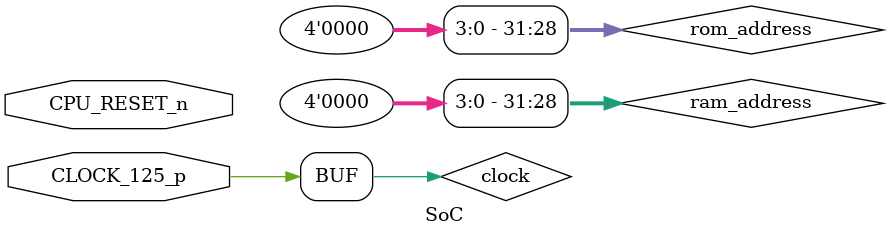
<source format=sv>

`timescale 1ns/1ns

module SoC(
      input CLOCK_125_p,
      input CPU_RESET_n
);
	wire clock = CLOCK_125_p;
	wire reset = !CPU_RESET_n;

	// ROM
	wire rom_select;
	wire [31:0] rom_address;
	wire [31:0] rom_rdata;
	wire rom_ready;
	BROM rom(
		.i_clock(clock),
		.i_request(rom_select && bus_request),
		.i_address(rom_address),
		.o_rdata(rom_rdata),
		.o_ready(rom_ready)
	);

	// RAM
	wire ram_select;
	wire [31:0] ram_address;
	wire [31:0] ram_rdata;
	wire ram_ready;
	BRAM #(
		.WIDTH(32),
		.SIZE(32'h8000),
		.ADDR_LSH(2)
	) ram(
		.i_clock(clock),
		.i_request(ram_select && bus_request),
		.i_rw(bus_rw),
		.i_address(ram_address),
		.i_wdata(bus_wdata),
		.o_rdata(ram_rdata),
		.o_ready(ram_ready)
	);

	//====================================================

	// Single port bus.
	wire bus_rw;
	wire bus_request;
	wire bus_ready;
	wire [31:0] bus_address;
	wire [31:0] bus_rdata;
	wire [31:0] bus_wdata;

	wire bus_pa_request;
	wire bus_pa_ready;
	wire [31:0] bus_pa_address;
	wire [31:0] bus_pa_rdata;

	wire bus_pb_rw;
	wire bus_pb_request;
	wire bus_pb_ready;
	wire [31:0] bus_pb_address;
	wire [31:0] bus_pb_rdata;
	wire [31:0] bus_pb_wdata;

	BusAccess bus(
		.i_reset(reset),
		.i_clock(clock),

		// Bus
		.o_bus_rw(bus_rw),
		.o_bus_request(bus_request),
		.i_bus_ready(bus_ready),
		.o_bus_address(bus_address),
		.i_bus_rdata(bus_rdata),
		.o_bus_wdata(bus_wdata),

		// Port A (Instruction bus)
		.i_pa_request(cpu_ibus_request),
		.o_pa_ready(cpu_ibus_ready),
		.i_pa_address(cpu_ibus_address),
		.o_pa_rdata(cpu_ibus_rdata),
		.o_pa_busy(),

		// Port B (Data bus)
		.i_pb_rw(cpu_dbus_rw),
		.i_pb_request(cpu_dbus_request),
		.o_pb_ready(cpu_dbus_ready),
		.i_pb_address(cpu_dbus_address),
		.o_pb_rdata(cpu_dbus_rdata),
		.i_pb_wdata(cpu_dbus_wdata),
		.o_pb_busy(),

		// Port C (DMA)
		.i_pc_rw(),
		.i_pc_request(),
		.o_pc_ready(),
		.i_pc_address(),
		.o_pc_rdata(),
		.i_pc_wdata(),
		.o_pc_busy()
	);

	// CPU
	wire cpu_ibus_request;
	wire cpu_ibus_ready;
	wire [31:0] cpu_ibus_address;
	wire [31:0] cpu_ibus_rdata;
	wire cpu_dbus_rw;
	wire cpu_dbus_request;
	wire cpu_dbus_ready;
	wire [31:0] cpu_dbus_address;
	wire [31:0] cpu_dbus_rdata;
	wire [31:0] cpu_dbus_wdata;
	wire cpu_fault;

	CPU cpu(
        .i_reset(reset),
		.i_clock(clock),

		// Control
		.i_timer_interrupt(1'b0),
		.i_external_interrupt(1'b0),

		// Instruction bus
		.o_ibus_request(cpu_ibus_request),
		.i_ibus_ready(cpu_ibus_ready),
		.o_ibus_address(cpu_ibus_address),
		.i_ibus_rdata(cpu_ibus_rdata),
		
		// Data bus
		.o_dbus_rw(cpu_dbus_rw),
		.o_dbus_request(cpu_dbus_request),
		.i_dbus_ready(cpu_dbus_ready),
		.o_dbus_address(cpu_dbus_address),
		.i_dbus_rdata(cpu_dbus_rdata),
		.o_dbus_wdata(cpu_dbus_wdata),

		// Debug
		.i_pipeline_disable(1'b0),
		.o_execute_debug_tag(),
		.o_writeback_debug_tag(),
		.o_fault(cpu_fault)
	);
	
	//=====================================

	assign rom_select = bus_address[31:28] == 4'h0;
	assign rom_address = { 4'h0, bus_address[27:0] };

	assign ram_select = bus_address[31:28] == 4'h1;
	assign ram_address = { 4'h0, bus_address[27:0] };

	//=====================================

	assign bus_rdata =
		rom_select ? rom_rdata :
		ram_select ? ram_rdata :
		32'h00000000;
		
	assign bus_ready =
		rom_select ? rom_ready :
		ram_select ? ram_ready :
		1'b0;

	wire bus_valid_select =
		rom_select |
		ram_select;

	reg bus_fault = 0;
	always_comb begin
		bus_fault = !bus_valid_select && bus_request;
	end

endmodule

</source>
